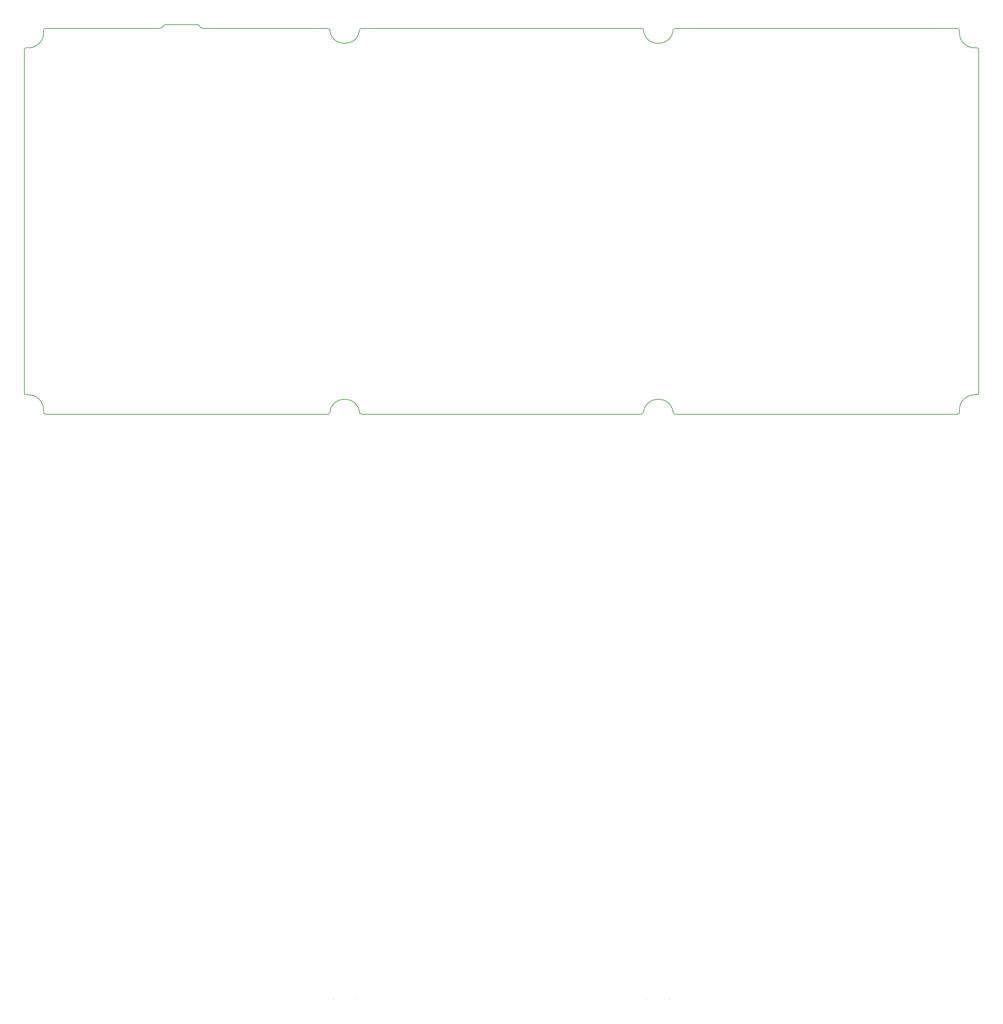
<source format=gm1>
G04 #@! TF.GenerationSoftware,KiCad,Pcbnew,5.1.9+dfsg1-1*
G04 #@! TF.CreationDate,2021-12-29T06:26:28+01:00*
G04 #@! TF.ProjectId,okey65-pcb,6f6b6579-3635-42d7-9063-622e6b696361,rev?*
G04 #@! TF.SameCoordinates,Original*
G04 #@! TF.FileFunction,Profile,NP*
%FSLAX46Y46*%
G04 Gerber Fmt 4.6, Leading zero omitted, Abs format (unit mm)*
G04 Created by KiCad (PCBNEW 5.1.9+dfsg1-1) date 2021-12-29 06:26:28*
%MOMM*%
%LPD*%
G01*
G04 APERTURE LIST*
G04 #@! TA.AperFunction,Profile*
%ADD10C,0.200000*%
G04 #@! TD*
G04 APERTURE END LIST*
D10*
X185144792Y-131030600D02*
X110089063Y-131030600D01*
X194089063Y-27780599D02*
X269770355Y-27780599D01*
X270270355Y-129859027D02*
X270270355Y-130530600D01*
X270270355Y-129859027D02*
G75*
G02*
X274270355Y-125859027I4000000J0D01*
G01*
X274941928Y-125859027D02*
X274270355Y-125859027D01*
X275441928Y-125359027D02*
G75*
G02*
X274941928Y-125859027I-500000J0D01*
G01*
X193592158Y-28225043D02*
G75*
G02*
X185641696Y-28225044I-3975231J444444D01*
G01*
X56684821Y-27487706D02*
X57391927Y-26780599D01*
X101144793Y-27780599D02*
G75*
G02*
X101641696Y-28225044I-1J-500000D01*
G01*
X274941928Y-32952172D02*
G75*
G02*
X275441928Y-33452172I0J-500000D01*
G01*
X110089063Y-27780599D02*
X185144792Y-27780599D01*
X66391927Y-26780599D02*
X67099034Y-27487706D01*
X194089062Y-131030600D02*
G75*
G02*
X193592159Y-130586155I1J500000D01*
G01*
X269770355Y-131030600D02*
X194089063Y-131030600D01*
X193592159Y-28225043D02*
G75*
G02*
X194089063Y-27780599I496904J-55556D01*
G01*
X24963500Y-28952172D02*
G75*
G02*
X20963500Y-32952172I-4000000J0D01*
G01*
X20963500Y-125859027D02*
X20291927Y-125859027D01*
X275441928Y-33452172D02*
X275441928Y-125359027D01*
X102553427Y-287678999D02*
X102553427Y-287678999D01*
X192553427Y-287678999D02*
X192553427Y-287678999D01*
X108553427Y-287678999D02*
X108553427Y-287678999D01*
X109592158Y-28225043D02*
G75*
G02*
X101641696Y-28225044I-3975231J444444D01*
G01*
X101641696Y-130586156D02*
G75*
G02*
X101144792Y-131030600I-496904J55556D01*
G01*
X274270355Y-32952172D02*
X274941928Y-32952172D01*
X19791927Y-125359027D02*
X19791927Y-33452172D01*
X24963500Y-130530600D02*
X24963500Y-129859027D01*
X101144792Y-131030600D02*
X25463500Y-131030600D01*
X185144793Y-27780599D02*
G75*
G02*
X185641696Y-28225044I-1J-500000D01*
G01*
X110089062Y-131030600D02*
G75*
G02*
X109592159Y-130586155I1J500000D01*
G01*
X185641695Y-130586156D02*
G75*
G02*
X193592159Y-130586155I3975232J-444444D01*
G01*
X270270355Y-130530600D02*
G75*
G02*
X269770355Y-131030600I-500000J0D01*
G01*
X20291927Y-125859027D02*
G75*
G02*
X19791927Y-125359027I0J500000D01*
G01*
X20963500Y-125859027D02*
G75*
G02*
X24963500Y-129859027I0J-4000000D01*
G01*
X24963500Y-28952172D02*
X24963500Y-28280599D01*
X24963500Y-28280599D02*
G75*
G02*
X25463500Y-27780599I500000J0D01*
G01*
X20291927Y-32952172D02*
X20963500Y-32952172D01*
X19791927Y-33452172D02*
G75*
G02*
X20291927Y-32952172I500000J0D01*
G01*
X57391927Y-26780599D02*
X66391927Y-26780599D01*
X101641695Y-130586156D02*
G75*
G02*
X109592159Y-130586155I3975232J-444444D01*
G01*
X56684821Y-27487706D02*
G75*
G02*
X55977714Y-27780599I-707107J707107D01*
G01*
X109592159Y-28225043D02*
G75*
G02*
X110089063Y-27780599I496904J-55556D01*
G01*
X185641696Y-130586156D02*
G75*
G02*
X185144792Y-131030600I-496904J55556D01*
G01*
X25463500Y-27780599D02*
X55977714Y-27780599D01*
X67806141Y-27780599D02*
G75*
G02*
X67099034Y-27487706I0J1000000D01*
G01*
X269770355Y-27780599D02*
G75*
G02*
X270270355Y-28280599I0J-500000D01*
G01*
X270270355Y-28280599D02*
X270270355Y-28952172D01*
X67806141Y-27780599D02*
X101144792Y-27780599D01*
X274270355Y-32952172D02*
G75*
G02*
X270270355Y-28952172I0J4000000D01*
G01*
X186553427Y-287678999D02*
X186553427Y-287678999D01*
X25463500Y-131030600D02*
G75*
G02*
X24963500Y-130530600I0J500000D01*
G01*
M02*

</source>
